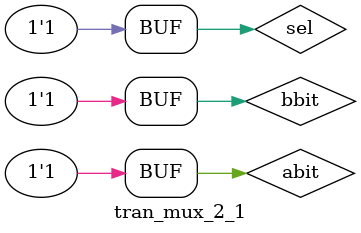
<source format=v>
module tran_mux_2_1();

reg abit;
reg bbit;
wire w;
reg sel;

mux_2_1_tran obj(
.a(abit),
.b(bbit),
.s(sel),
.y(w)
);

initial
      begin
            abit=0;
            bbit=0;
            sel=0;
            #10;        sel=0;          abit=0; bbit=1;
            #10;        sel=0;          abit=1; bbit=0;
            #10;        sel=0;          abit=1; bbit=1;
            #10;        sel=1;          abit=0; bbit=0;
            #10;        sel=1;          abit=1; bbit=0;
            #10;        sel=1;          abit=0; bbit=1;
            #10;        sel=1;          abit=1; bbit=1;
            #20;
      end

initial
  begin
    $dumpfile("tran_mux_2_1.vcd");
    $dumpvars(0,tran_mux_2_1);
    $monitor("time = %2d,      S =%1b,       A =%1b,   B =%1b,    Out =%1b", $time,sel,abit,bbit,w);
  end
endmodule

</source>
